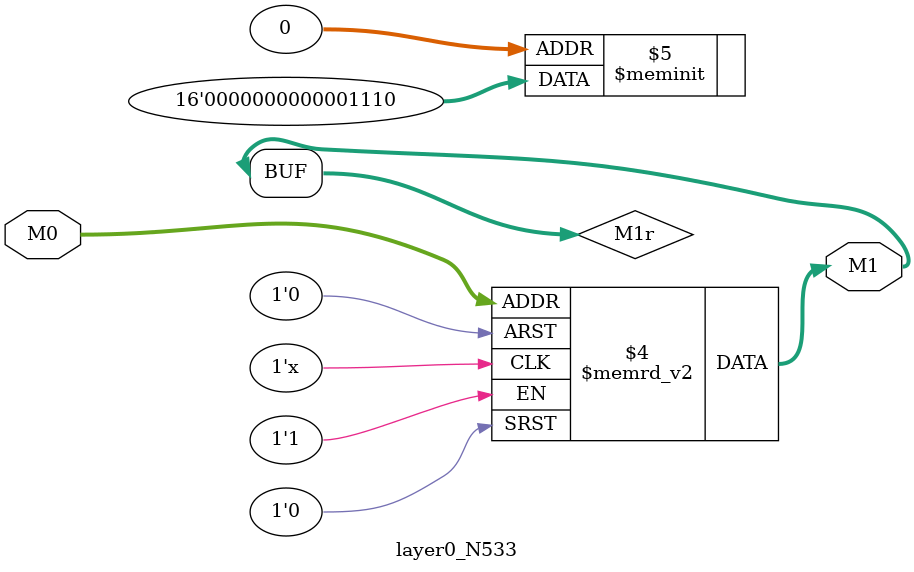
<source format=v>
module layer0_N533 ( input [2:0] M0, output [1:0] M1 );

	(*rom_style = "distributed" *) reg [1:0] M1r;
	assign M1 = M1r;
	always @ (M0) begin
		case (M0)
			3'b000: M1r = 2'b10;
			3'b100: M1r = 2'b00;
			3'b010: M1r = 2'b00;
			3'b110: M1r = 2'b00;
			3'b001: M1r = 2'b11;
			3'b101: M1r = 2'b00;
			3'b011: M1r = 2'b00;
			3'b111: M1r = 2'b00;

		endcase
	end
endmodule

</source>
